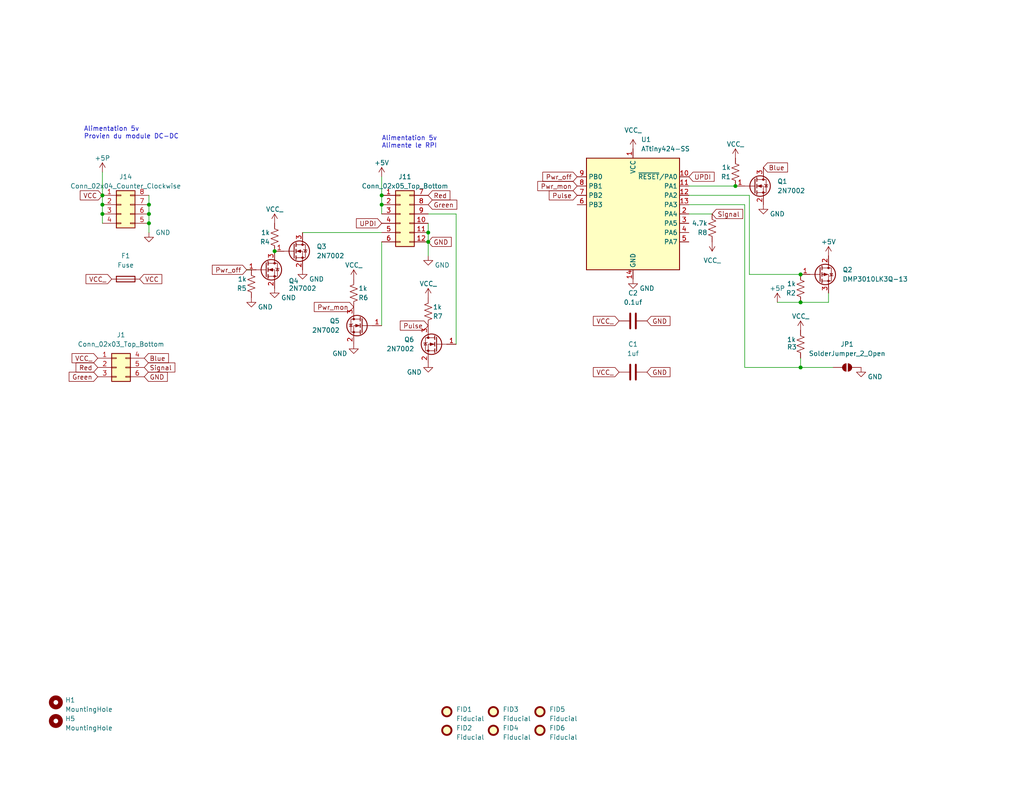
<source format=kicad_sch>
(kicad_sch (version 20231120) (generator "eeschema") (generator_version "8.0")
  (paper "USLetter")
  (title_block (title "HydroB.") (date "2023-05-18") (rev "0.3") (company "Cidco"))
  (lib_symbols
    (symbol "Connector_Generic:Conn_02x03_Top_Bottom" (pin_names (offset 1.016) hide)
      (property "Reference" "J" (at 1.27 5.08 0))
      (property "Value" "Conn_02x03_Top_Bottom" (at 1.27 -5.08 0))
      (symbol "Conn_02x03_Top_Bottom_1_1"
        (rectangle (start -1.27 -2.413) (end 0 -2.667) (stroke (width 0.1524)))
        (rectangle (start -1.27 0.127) (end 0 -0.127) (stroke (width 0.1524)))
        (rectangle (start -1.27 2.667) (end 0 2.413) (stroke (width 0.1524)))
        (rectangle (start -1.27 3.81) (end 3.81 -3.81) (stroke (width 0.254)) (fill (type background)))
        (rectangle (start 3.81 -2.413) (end 2.54 -2.667) (stroke (width 0.1524)))
        (rectangle (start 3.81 0.127) (end 2.54 -0.127) (stroke (width 0.1524)))
        (rectangle (start 3.81 2.667) (end 2.54 2.413) (stroke (width 0.1524)))
        (pin passive line (at -5.08 2.54 0) (length 3.81) (name "Pin_1") (number "1"))
        (pin passive line (at -5.08 0 0) (length 3.81) (name "Pin_2") (number "2"))
        (pin passive line (at -5.08 -2.54 0) (length 3.81) (name "Pin_3") (number "3"))
        (pin passive line (at 7.62 2.54 180) (length 3.81) (name "Pin_4") (number "4"))
        (pin passive line (at 7.62 0 180) (length 3.81) (name "Pin_5") (number "5"))
        (pin passive line (at 7.62 -2.54 180) (length 3.81) (name "Pin_6") (number "6"))
      )
    )
    (symbol "Connector_Generic:Conn_02x04_Counter_Clockwise" (pin_names (offset 1.016) hide)
      (property "Reference" "J" (at 1.27 5.08 0))
      (property "Value" "Conn_02x04_Counter_Clockwise" (at 1.27 -7.62 0))
      (symbol "Conn_02x04_Counter_Clockwise_1_1"
        (rectangle (start -1.27 -4.953) (end 0 -5.207) (stroke (width 0.1524)))
        (rectangle (start -1.27 -2.413) (end 0 -2.667) (stroke (width 0.1524)))
        (rectangle (start -1.27 0.127) (end 0 -0.127) (stroke (width 0.1524)))
        (rectangle (start -1.27 2.667) (end 0 2.413) (stroke (width 0.1524)))
        (rectangle (start -1.27 3.81) (end 3.81 -6.35) (stroke (width 0.254)) (fill (type background)))
        (rectangle (start 3.81 -4.953) (end 2.54 -5.207) (stroke (width 0.1524)))
        (rectangle (start 3.81 -2.413) (end 2.54 -2.667) (stroke (width 0.1524)))
        (rectangle (start 3.81 0.127) (end 2.54 -0.127) (stroke (width 0.1524)))
        (rectangle (start 3.81 2.667) (end 2.54 2.413) (stroke (width 0.1524)))
        (pin passive line (at -5.08 2.54 0) (length 3.81) (name "Pin_1") (number "1"))
        (pin passive line (at -5.08 0 0) (length 3.81) (name "Pin_2") (number "2"))
        (pin passive line (at -5.08 -2.54 0) (length 3.81) (name "Pin_3") (number "3"))
        (pin passive line (at -5.08 -5.08 0) (length 3.81) (name "Pin_4") (number "4"))
        (pin passive line (at 7.62 -5.08 180) (length 3.81) (name "Pin_5") (number "5"))
        (pin passive line (at 7.62 -2.54 180) (length 3.81) (name "Pin_6") (number "6"))
        (pin passive line (at 7.62 0 180) (length 3.81) (name "Pin_7") (number "7"))
        (pin passive line (at 7.62 2.54 180) (length 3.81) (name "Pin_8") (number "8"))
      )
    )
    (symbol "Connector_Generic:Conn_02x06_Top_Bottom" (pin_names (offset 1.016) hide)
      (property "Reference" "J" (at 1.27 7.62 0))
      (property "Value" "Conn_02x06_Top_Bottom" (at 1.27 -10.16 0))
      (symbol "Conn_02x06_Top_Bottom_1_1"
        (rectangle (start -1.27 -7.493) (end 0 -7.747) (stroke (width 0.1524)))
        (rectangle (start -1.27 -4.953) (end 0 -5.207) (stroke (width 0.1524)))
        (rectangle (start -1.27 -2.413) (end 0 -2.667) (stroke (width 0.1524)))
        (rectangle (start -1.27 0.127) (end 0 -0.127) (stroke (width 0.1524)))
        (rectangle (start -1.27 2.667) (end 0 2.413) (stroke (width 0.1524)))
        (rectangle (start -1.27 5.207) (end 0 4.953) (stroke (width 0.1524)))
        (rectangle (start -1.27 6.35) (end 3.81 -8.89) (stroke (width 0.254)) (fill (type background)))
        (rectangle (start 3.81 -7.493) (end 2.54 -7.747) (stroke (width 0.1524)))
        (rectangle (start 3.81 -4.953) (end 2.54 -5.207) (stroke (width 0.1524)))
        (rectangle (start 3.81 -2.413) (end 2.54 -2.667) (stroke (width 0.1524)))
        (rectangle (start 3.81 0.127) (end 2.54 -0.127) (stroke (width 0.1524)))
        (rectangle (start 3.81 2.667) (end 2.54 2.413) (stroke (width 0.1524)))
        (rectangle (start 3.81 5.207) (end 2.54 4.953) (stroke (width 0.1524)))
        (pin passive line (at -5.08 5.08 0) (length 3.81) (name "Pin_1") (number "1"))
        (pin passive line (at 7.62 -2.54 180) (length 3.81) (name "Pin_10") (number "10"))
        (pin passive line (at 7.62 -5.08 180) (length 3.81) (name "Pin_11") (number "11"))
        (pin passive line (at 7.62 -7.62 180) (length 3.81) (name "Pin_12") (number "12"))
        (pin passive line (at -5.08 2.54 0) (length 3.81) (name "Pin_2") (number "2"))
        (pin passive line (at -5.08 0 0) (length 3.81) (name "Pin_3") (number "3"))
        (pin passive line (at -5.08 -2.54 0) (length 3.81) (name "Pin_4") (number "4"))
        (pin passive line (at -5.08 -5.08 0) (length 3.81) (name "Pin_5") (number "5"))
        (pin passive line (at -5.08 -7.62 0) (length 3.81) (name "Pin_6") (number "6"))
        (pin passive line (at 7.62 5.08 180) (length 3.81) (name "Pin_7") (number "7"))
        (pin passive line (at 7.62 2.54 180) (length 3.81) (name "Pin_8") (number "8"))
        (pin passive line (at 7.62 0 180) (length 3.81) (name "Pin_9") (number "9"))
      )
    )
    (symbol "Device:C" (pin_numbers hide) (pin_names (offset 0.254))
      (property "Reference" "C" (at 0.635 2.54 0))
      (property "Value" "C" (at 0.635 -2.54 0))
      (symbol "C_0_1"
        (polyline (pts (xy -2.032 -0.762) (xy 2.032 -0.762)) (stroke (width 0.508)))
        (polyline (pts (xy -2.032 0.762) (xy 2.032 0.762)) (stroke (width 0.508)))
      )
      (symbol "C_1_1"
        (pin passive line (at 0 3.81 270) (length 2.794) (name "~") (number "1"))
        (pin passive line (at 0 -3.81 90) (length 2.794) (name "~") (number "2"))
      )
    )
    (symbol "Device:Fuse" (pin_numbers hide) (pin_names (offset 0))
      (property "Reference" "F" (at 2.032 0 90))
      (property "Value" "Fuse" (at -1.905 0 90))
      (symbol "Fuse_0_1"
        (rectangle (start -0.762 -2.54) (end 0.762 2.54) (stroke (width 0.254)))
        (polyline (pts (xy 0 2.54) (xy 0 -2.54)))
      )
      (symbol "Fuse_1_1"
        (pin passive line (at 0 3.81 270) (length 1.27) (name "~") (number "1"))
        (pin passive line (at 0 -3.81 90) (length 1.27) (name "~") (number "2"))
      )
    )
    (symbol "Device:R_US" (pin_numbers hide) (pin_names (offset 0))
      (property "Reference" "R" (at 2.54 0 90))
      (property "Value" "R_US" (at -2.54 0 90))
      (symbol "R_US_0_1"
        (polyline (pts (xy 0 -2.286) (xy 0 -2.54)))
        (polyline (pts (xy 0 2.286) (xy 0 2.54)))
        (polyline (pts (xy 0 -0.762) (xy 1.016 -1.143) (xy 0 -1.524) (xy -1.016 -1.905) (xy 0 -2.286)))
        (polyline (pts (xy 0 0.762) (xy 1.016 0.381) (xy 0 0) (xy -1.016 -0.381) (xy 0 -0.762)))
        (polyline (pts (xy 0 2.286) (xy 1.016 1.905) (xy 0 1.524) (xy -1.016 1.143) (xy 0 0.762)))
      )
      (symbol "R_US_1_1"
        (pin passive line (at 0 3.81 270) (length 1.27) (name "~") (number "1"))
        (pin passive line (at 0 -3.81 90) (length 1.27) (name "~") (number "2"))
      )
    )
    (symbol "Jumper:SolderJumper_2_Open" (pin_numbers hide) (pin_names (offset 0) hide) (exclude_from_sim yes) (in_bom no)
      (property "Reference" "JP" (at 0 2.032 0))
      (property "Value" "SolderJumper_2_Open" (at 0 -2.54 0))
      (symbol "SolderJumper_2_Open_0_1"
        (arc (start -0.254 1.016) (mid -1.2656 0) (end -0.254 -1.016))
        (arc (start -0.254 1.016) (mid -1.2656 0) (end -0.254 -1.016) (fill (type outline)))
        (polyline (pts (xy -0.254 1.016) (xy -0.254 -1.016)))
        (polyline (pts (xy 0.254 1.016) (xy 0.254 -1.016)))
        (arc (start 0.254 -1.016) (mid 1.2656 0) (end 0.254 1.016))
        (arc (start 0.254 -1.016) (mid 1.2656 0) (end 0.254 1.016) (fill (type outline)))
      )
      (symbol "SolderJumper_2_Open_1_1"
        (pin passive line (at -3.81 0 0) (length 2.54) (name "A") (number "1"))
        (pin passive line (at 3.81 0 180) (length 2.54) (name "B") (number "2"))
      )
    )
    (symbol "MCU_Microchip_ATtiny:ATtiny424-SS"
      (property "Reference" "U" (at -12.7 16.51 0))
      (property "Value" "ATtiny424-SS" (at 2.54 -16.51 0))
      (symbol "ATtiny424-SS_0_1"
        (rectangle (start -12.7 -15.24) (end 12.7 15.24) (stroke (width 0.254)) (fill (type background)))
      )
      (symbol "ATtiny424-SS_1_1"
        (pin power_in line (at 0 17.78 270) (length 2.54) (name "VCC") (number "1"))
        (pin bidirectional line (at 15.24 10.16 180) (length 2.54) (name "~{RESET}/PA0") (number "10"))
        (pin bidirectional line (at 15.24 7.62 180) (length 2.54) (name "PA1") (number "11"))
        (pin bidirectional line (at 15.24 5.08 180) (length 2.54) (name "PA2") (number "12"))
        (pin bidirectional line (at 15.24 2.54 180) (length 2.54) (name "PA3") (number "13"))
        (pin power_in line (at 0 -17.78 90) (length 2.54) (name "GND") (number "14"))
        (pin bidirectional line (at 15.24 0 180) (length 2.54) (name "PA4") (number "2"))
        (pin bidirectional line (at 15.24 -2.54 180) (length 2.54) (name "PA5") (number "3"))
        (pin bidirectional line (at 15.24 -5.08 180) (length 2.54) (name "PA6") (number "4"))
        (pin bidirectional line (at 15.24 -7.62 180) (length 2.54) (name "PA7") (number "5"))
        (pin bidirectional line (at -15.24 2.54 0) (length 2.54) (name "PB3") (number "6"))
        (pin bidirectional line (at -15.24 5.08 0) (length 2.54) (name "PB2") (number "7"))
        (pin bidirectional line (at -15.24 7.62 0) (length 2.54) (name "PB1") (number "8"))
        (pin bidirectional line (at -15.24 10.16 0) (length 2.54) (name "PB0") (number "9"))
      )
    )
    (symbol "Mechanical:Fiducial"
      (property "Reference" "FID" (at 0 5.08 0))
      (property "Value" "Fiducial" (at 0 3.175 0))
      (symbol "Fiducial_0_1"
        (circle (center 0 0) (radius 1.27) (stroke (width 0.508)) (fill (type background)))
      )
    )
    (symbol "Mechanical:MountingHole" (pin_names (offset 1.016))
      (property "Reference" "H" (at 0 5.08 0))
      (property "Value" "MountingHole" (at 0 3.175 0))
      (symbol "MountingHole_0_1"
        (circle (center 0 0) (radius 1.27) (stroke (width 1.27)))
      )
    )
    (symbol "Transistor_FET:2N7002" (pin_names hide)
      (property "Reference" "Q" (at 5.08 1.905 0))
      (property "Value" "2N7002" (at 5.08 0 0))
      (symbol "2N7002_0_1"
        (polyline (pts (xy 0.254 0) (xy -2.54 0)))
        (polyline (pts (xy 0.254 1.905) (xy 0.254 -1.905)) (stroke (width 0.254)))
        (polyline (pts (xy 0.762 -1.27) (xy 0.762 -2.286)) (stroke (width 0.254)))
        (polyline (pts (xy 0.762 0.508) (xy 0.762 -0.508)) (stroke (width 0.254)))
        (polyline (pts (xy 0.762 2.286) (xy 0.762 1.27)) (stroke (width 0.254)))
        (polyline (pts (xy 2.54 2.54) (xy 2.54 1.778)))
        (polyline (pts (xy 2.54 -2.54) (xy 2.54 0) (xy 0.762 0)))
        (polyline (pts (xy 0.762 -1.778) (xy 3.302 -1.778) (xy 3.302 1.778) (xy 0.762 1.778)))
        (polyline (pts (xy 1.016 0) (xy 2.032 0.381) (xy 2.032 -0.381) (xy 1.016 0)) (fill (type outline)))
        (polyline (pts (xy 2.794 0.508) (xy 2.921 0.381) (xy 3.683 0.381) (xy 3.81 0.254)))
        (polyline (pts (xy 3.302 0.381) (xy 2.921 -0.254) (xy 3.683 -0.254) (xy 3.302 0.381)))
        (circle (center 1.651 0) (radius 2.794) (stroke (width 0.254)))
        (circle (center 2.54 -1.778) (radius 0.254) (fill (type outline)))
        (circle (center 2.54 1.778) (radius 0.254) (fill (type outline)))
      )
      (symbol "2N7002_1_1"
        (pin input line (at -5.08 0 0) (length 2.54) (name "G") (number "1"))
        (pin passive line (at 2.54 -5.08 90) (length 2.54) (name "S") (number "2"))
        (pin passive line (at 2.54 5.08 270) (length 2.54) (name "D") (number "3"))
      )
    )
    (symbol "Transistor_FET:SUD19P06-60" (pin_names hide)
      (property "Reference" "Q" (at 4.953 1.905 0))
      (property "Value" "SUD19P06-60" (at 4.953 0 0))
      (symbol "SUD19P06-60_0_1"
        (polyline (pts (xy 0.254 0) (xy -2.54 0)))
        (polyline (pts (xy 0.254 1.905) (xy 0.254 -1.905)) (stroke (width 0.254)))
        (polyline (pts (xy 0.762 -1.27) (xy 0.762 -2.286)) (stroke (width 0.254)))
        (polyline (pts (xy 0.762 0.508) (xy 0.762 -0.508)) (stroke (width 0.254)))
        (polyline (pts (xy 0.762 2.286) (xy 0.762 1.27)) (stroke (width 0.254)))
        (polyline (pts (xy 2.54 2.54) (xy 2.54 1.778)))
        (polyline (pts (xy 2.54 -2.54) (xy 2.54 0) (xy 0.762 0)))
        (polyline (pts (xy 0.762 1.778) (xy 3.302 1.778) (xy 3.302 -1.778) (xy 0.762 -1.778)))
        (polyline (pts (xy 2.286 0) (xy 1.27 0.381) (xy 1.27 -0.381) (xy 2.286 0)) (fill (type outline)))
        (polyline (pts (xy 2.794 -0.508) (xy 2.921 -0.381) (xy 3.683 -0.381) (xy 3.81 -0.254)))
        (polyline (pts (xy 3.302 -0.381) (xy 2.921 0.254) (xy 3.683 0.254) (xy 3.302 -0.381)))
        (circle (center 1.651 0) (radius 2.794) (stroke (width 0.254)))
        (circle (center 2.54 -1.778) (radius 0.254) (fill (type outline)))
        (circle (center 2.54 1.778) (radius 0.254) (fill (type outline)))
      )
      (symbol "SUD19P06-60_1_1"
        (pin input line (at -5.08 0 0) (length 2.54) (name "G") (number "1"))
        (pin passive line (at 2.54 5.08 270) (length 2.54) (name "D") (number "2"))
        (pin passive line (at 2.54 -5.08 90) (length 2.54) (name "S") (number "3"))
      )
    )
    (symbol "power:+5P" (power) (pin_names (offset 0))
      (property "Value" "+5P" (at 0 3.556 0))
      (symbol "+5P_0_1"
        (polyline (pts (xy -0.762 1.27) (xy 0 2.54)))
        (polyline (pts (xy 0 0) (xy 0 2.54)))
        (polyline (pts (xy 0 2.54) (xy 0.762 1.27)))
      )
      (symbol "+5P_1_1"
        (pin power_in line (at 0 0 90) (length 0) hide (name "+5P") (number "1"))
      )
    )
    (symbol "power:+5V" (power) (pin_names (offset 0))
      (property "Value" "+5V" (at 0 3.556 0))
      (symbol "+5V_0_1"
        (polyline (pts (xy -0.762 1.27) (xy 0 2.54)))
        (polyline (pts (xy 0 0) (xy 0 2.54)))
        (polyline (pts (xy 0 2.54) (xy 0.762 1.27)))
      )
      (symbol "+5V_1_1"
        (pin power_in line (at 0 0 90) (length 0) hide (name "+5V") (number "1"))
      )
    )
    (symbol "power:GND" (power) (pin_names (offset 0))
      (property "Value" "GND" (at 0 -3.81 0))
      (symbol "GND_0_1"
        (polyline (pts (xy 0 0) (xy 0 -1.27) (xy 1.27 -1.27) (xy 0 -2.54) (xy -1.27 -1.27) (xy 0 -1.27)))
      )
      (symbol "GND_1_1"
        (pin power_in line (at 0 0 270) (length 0) hide (name "GND") (number "1"))
      )
    )
  )
  (junction (at 116.84 63.5))
  (junction (at 218.44 74.93))
  (junction (at 40.64 60.96))
  (junction (at 218.44 100.33))
  (junction (at 27.94 58.42))
  (junction (at 218.44 82.55))
  (junction (at 27.94 55.88))
  (junction (at 40.64 55.88))
  (junction (at 104.14 55.88))
  (junction (at 74.93 68.58))
  (junction (at 40.64 58.42))
  (junction (at 200.66 50.8))
  (junction (at 104.14 53.34))
  (junction (at 116.84 66.04))
  (junction (at 27.94 53.34))
  (wire (pts (xy 116.84 63.5) (xy 116.84 66.04)))
  (wire (pts (xy 104.14 66.04) (xy 104.14 88.9)))
  (wire (pts (xy 204.47 74.93) (xy 204.47 53.34)))
  (wire (pts (xy 104.14 55.88) (xy 104.14 58.42)))
  (wire (pts (xy 27.94 58.42) (xy 27.94 60.96)))
  (wire (pts (xy 40.64 55.88) (xy 40.64 58.42)))
  (wire (pts (xy 68.58 73.66) (xy 67.31 73.66)))
  (wire (pts (xy 116.84 60.96) (xy 116.84 63.5)))
  (wire (pts (xy 218.44 100.33) (xy 203.2 100.33)))
  (wire (pts (xy 203.2 55.88) (xy 187.96 55.88)))
  (wire (pts (xy 40.64 58.42) (xy 40.64 60.96)))
  (wire (pts (xy 218.44 100.33) (xy 218.44 97.79)))
  (wire (pts (xy 116.84 66.04) (xy 116.84 69.85)))
  (wire (pts (xy 124.46 93.98) (xy 124.46 58.42)))
  (wire (pts (xy 104.14 48.26) (xy 104.14 53.34)))
  (wire (pts (xy 203.2 100.33) (xy 203.2 55.88)))
  (wire (pts (xy 27.94 46.99) (xy 27.94 53.34)))
  (wire (pts (xy 27.94 55.88) (xy 27.94 58.42)))
  (wire (pts (xy 124.46 58.42) (xy 116.84 58.42)))
  (wire (pts (xy 204.47 53.34) (xy 187.96 53.34)))
  (wire (pts (xy 212.09 82.55) (xy 218.44 82.55)))
  (wire (pts (xy 226.06 82.55) (xy 218.44 82.55)))
  (wire (pts (xy 27.94 53.34) (xy 27.94 55.88)))
  (wire (pts (xy 187.96 50.8) (xy 200.66 50.8)))
  (wire (pts (xy 40.64 53.34) (xy 40.64 55.88)))
  (wire (pts (xy 187.96 58.42) (xy 194.31 58.42)))
  (wire (pts (xy 218.44 100.33) (xy 227.33 100.33)))
  (wire (pts (xy 218.44 74.93) (xy 204.47 74.93)))
  (wire (pts (xy 104.14 53.34) (xy 104.14 55.88)))
  (wire (pts (xy 40.64 60.96) (xy 40.64 63.5)))
  (wire (pts (xy 226.06 80.01) (xy 226.06 82.55)))
  (wire (pts (xy 82.55 63.5) (xy 104.14 63.5)))
  (text "Alimentation 5v \nAlimente le RPI " (at 104.14 40.64 0) (effects (font (size 1.27 1.27)) (justify left bottom)))
  (text "Alimentation 5v\nProvien du module DC-DC" (at 22.86 38.1 0) (effects (font (size 1.27 1.27)) (justify left bottom)))
  (global_label "Green" (shape input) (at 26.67 102.87 180) (property "Intersheetrefs" "${INTERSHEET_REFS}" (effects (hide yes))))
  (global_label "VCC_" (shape input) (at 168.91 101.6 180) (property "Intersheetrefs" "${INTERSHEET_REFS}" (effects (hide yes))))
  (global_label "VCC_" (shape input) (at 26.67 97.79 180) (property "Intersheetrefs" "${INTERSHEET_REFS}" (effects (hide yes))))
  (global_label "Pwr_mon" (shape input) (at 157.48 50.8 180) (property "Intersheetrefs" "${INTERSHEET_REFS}" (effects (hide yes))))
  (global_label "Pwr_off" (shape input) (at 157.48 48.26 180) (property "Intersheetrefs" "${INTERSHEET_REFS}" (effects (hide yes))))
  (global_label "Pulse" (shape input) (at 157.48 53.34 180) (property "Intersheetrefs" "${INTERSHEET_REFS}" (effects (hide yes))))
  (global_label "Signal" (shape input) (at 39.37 100.33 0) (property "Intersheetrefs" "${INTERSHEET_REFS}" (effects (hide yes))))
  (global_label "Blue" (shape input) (at 39.37 97.79 0) (property "Intersheetrefs" "${INTERSHEET_REFS}" (effects (hide yes))))
  (global_label "VCC_" (shape input) (at 168.91 87.63 180) (property "Intersheetrefs" "${INTERSHEET_REFS}" (effects (hide yes))))
  (global_label "Signal" (shape input) (at 194.31 58.42 0) (property "Intersheetrefs" "${INTERSHEET_REFS}" (effects (hide yes))))
  (global_label "Pwr_mon" (shape input) (at 96.52 83.82 180) (property "Intersheetrefs" "${INTERSHEET_REFS}" (effects (hide yes))))
  (global_label "Pulse" (shape input) (at 116.84 88.9 180) (property "Intersheetrefs" "${INTERSHEET_REFS}" (effects (hide yes))))
  (global_label "GND" (shape input) (at 39.37 102.87 0) (property "Intersheetrefs" "${INTERSHEET_REFS}" (effects (hide yes))))
  (global_label "Green" (shape input) (at 116.84 55.88 0) (property "Intersheetrefs" "${INTERSHEET_REFS}" (effects (hide yes))))
  (global_label "VCC" (shape input) (at 27.94 53.34 180) (property "Intersheetrefs" "${INTERSHEET_REFS}" (effects (hide yes))))
  (global_label "Blue" (shape input) (at 208.28 45.72 0) (property "Intersheetrefs" "${INTERSHEET_REFS}" (effects (hide yes))))
  (global_label "GND" (shape input) (at 176.53 101.6 0) (property "Intersheetrefs" "${INTERSHEET_REFS}" (effects (hide yes))))
  (global_label "Red" (shape input) (at 116.84 53.34 0) (property "Intersheetrefs" "${INTERSHEET_REFS}" (effects (hide yes))))
  (global_label "UPDI" (shape input) (at 187.96 48.26 0) (property "Intersheetrefs" "${INTERSHEET_REFS}" (effects (hide yes))))
  (global_label "GND" (shape input) (at 116.84 66.04 0) (property "Intersheetrefs" "${INTERSHEET_REFS}" (effects (hide yes))))
  (global_label "GND" (shape input) (at 176.53 87.63 0) (property "Intersheetrefs" "${INTERSHEET_REFS}" (effects (hide yes))))
  (global_label "Red" (shape input) (at 26.67 100.33 180) (property "Intersheetrefs" "${INTERSHEET_REFS}" (effects (hide yes))))
  (global_label "UPDI" (shape input) (at 104.14 60.96 180) (property "Intersheetrefs" "${INTERSHEET_REFS}" (effects (hide yes))))
  (global_label "VCC" (shape input) (at 38.1 76.2 0) (property "Intersheetrefs" "${INTERSHEET_REFS}" (effects (hide yes))))
  (global_label "Pwr_off" (shape input) (at 67.31 73.66 180) (property "Intersheetrefs" "${INTERSHEET_REFS}" (effects (hide yes))))
  (global_label "VCC_" (shape input) (at 30.48 76.2 180) (property "Intersheetrefs" "${INTERSHEET_REFS}" (effects (hide yes))))
  (symbol (lib_id "Device:R_US") (at 116.84 85.09 0) (mirror x) (unit 1)
    (property "Reference" "R7" (at 118.11 86.36 0) (effects (justify left)))
    (property "Value" "1k" (at 118.11 83.82 0) (effects (justify left)))
    (property "Footprint" "Resistor_SMD:R_1206_3216Metric" (effects (hide yes)))
  )
  (symbol (lib_id "Device:R_US") (at 96.52 80.01 0) (mirror x) (unit 1)
    (property "Reference" "R6" (at 97.79 81.28 0) (effects (justify left)))
    (property "Value" "1k" (at 97.79 78.74 0) (effects (justify left)))
    (property "Footprint" "Resistor_SMD:R_1206_3216Metric" (effects (hide yes)))
  )
  (symbol (lib_id "Mechanical:MountingHole") (at 15.24 196.85 0) (unit 1)
    (property "Reference" "H5" (at 17.78 196.215 0) (effects (justify left)))
    (property "Value" "MountingHole" (at 17.78 198.755 0) (effects (justify left)))
    (property "Footprint" "MountingHole:MountingHole_2.7mm_M2.5_ISO7380_Pad" (effects (hide yes)))
  )
  (symbol (lib_id "power:GND") (at 172.72 76.2 0) (unit 1)
    (property "Reference" "#PWR04" (effects (hide yes)))
    (property "Value" "GND" (at 176.53 78.74 0))
  )
  (symbol (lib_id "Mechanical:Fiducial") (at 134.62 194.31 0) (unit 1)
    (property "Reference" "FID3" (at 137.16 193.675 0) (effects (justify left)))
    (property "Value" "Fiducial" (at 137.16 196.215 0) (effects (justify left)))
    (property "Footprint" "Fiducial:Fiducial_0.75mm_Mask2.25mm" (effects (hide yes)))
  )
  (symbol (lib_id "power:GND") (at 82.55 73.66 0) (unit 1)
    (property "Reference" "#PWR010" (effects (hide yes)))
    (property "Value" "GND" (at 86.36 76.2 0))
  )
  (symbol (lib_id "Transistor_FET:SUD19P06-60") (at 223.52 74.93 0) (unit 1)
    (property "Reference" "Q2" (at 229.87 73.6599 0) (effects (justify left)))
    (property "Value" "DMP3010LK3Q-13" (at 229.87 76.1999 0) (effects (justify left)))
    (property "Footprint" "Package_TO_SOT_SMD:TO-252-2" (effects (hide yes)))
    (property "Datasheet" "https://www.vishay.com/docs/69253/sud19p06.pdf" (effects (hide yes)))
    (property "Description" "-19A Id, -60V Vds, TrenchFET P-Channel Power MOSFET, 60mOhm Ron, 40nC Qg, -55 to 150 °C, TO-252-2" (effects (hide yes)))
  )
  (symbol (lib_id "Device:R_US") (at 218.44 78.74 180) (unit 1)
    (property "Reference" "R2" (at 217.17 80.01 0) (effects (justify left)))
    (property "Value" "1k" (at 217.17 77.47 0) (effects (justify left)))
    (property "Footprint" "Resistor_SMD:R_1206_3216Metric" (effects (hide yes)))
  )
  (symbol (lib_id "Mechanical:Fiducial") (at 121.92 199.39 0) (unit 1)
    (property "Reference" "FID2" (at 124.46 198.755 0) (effects (justify left)))
    (property "Value" "Fiducial" (at 124.46 201.295 0) (effects (justify left)))
    (property "Footprint" "Fiducial:Fiducial_0.75mm_Mask2.25mm" (effects (hide yes)))
  )
  (symbol (lib_id "power:+5P") (at 96.52 76.2 0) (mirror y) (unit 1)
    (property "Reference" "#PWR013" (effects (hide yes)))
    (property "Value" "VCC_" (at 96.52 72.39 0))
  )
  (symbol (lib_id "Connector_Generic:Conn_02x04_Counter_Clockwise") (at 33.02 55.88 0) (unit 1)
    (property "Reference" "J14" (at 34.29 48.26 0))
    (property "Value" "Conn_02x04_Counter_Clockwise" (at 34.29 50.8 0))
    (property "Footprint" "Connector_PinHeader_2.54mm:PinHeader_2x04_P2.54mm_Vertical" (effects (hide yes)))
  )
  (symbol (lib_id "Device:R_US") (at 74.93 64.77 180) (unit 1)
    (property "Reference" "R4" (at 73.66 66.04 0) (effects (justify left)))
    (property "Value" "1k" (at 73.66 63.5 0) (effects (justify left)))
    (property "Footprint" "Resistor_SMD:R_1206_3216Metric" (effects (hide yes)))
  )
  (symbol (lib_id "Device:R_US") (at 68.58 77.47 180) (unit 1)
    (property "Reference" "R5" (at 67.31 78.74 0) (effects (justify left)))
    (property "Value" "1k" (at 67.31 76.2 0) (effects (justify left)))
    (property "Footprint" "Resistor_SMD:R_1206_3216Metric" (effects (hide yes)))
  )
  (symbol (lib_id "Transistor_FET:2N7002") (at 80.01 68.58 0) (unit 1)
    (property "Reference" "Q3" (at 86.36 67.3099 0) (effects (justify left)))
    (property "Value" "2N7002" (at 86.36 69.8499 0) (effects (justify left)))
    (property "Footprint" "Package_TO_SOT_SMD:SOT-23" (effects (hide yes)))
    (property "Datasheet" "https://www.onsemi.com/pub/Collateral/NDS7002A-D.PDF" (effects (hide yes)))
    (property "Description" "0.115A Id, 60V Vds, N-Channel MOSFET, SOT-23" (effects (hide yes)))
  )
  (symbol (lib_id "Device:Fuse") (at 34.29 76.2 270) (unit 1)
    (property "Reference" "F1" (at 34.29 69.85 90))
    (property "Value" "Fuse" (at 34.29 72.39 90))
    (property "Footprint" "Fuse:Fuse_1206_3216Metric" (effects (hide yes)))
    (property "Description" "Fuse" (effects (hide yes)))
  )
  (symbol (lib_id "power:GND") (at 40.64 63.5 0) (unit 1)
    (property "Reference" "#PWR048" (effects (hide yes)))
    (property "Value" "GND" (at 44.45 63.5 0))
  )
  (symbol (lib_id "power:GND") (at 96.52 93.98 0) (mirror y) (unit 1)
    (property "Reference" "#PWR014" (effects (hide yes)))
    (property "Value" "GND" (at 92.71 96.52 0))
  )
  (symbol (lib_id "Transistor_FET:2N7002") (at 72.39 73.66 0) (unit 1)
    (property "Reference" "Q4" (at 78.74 76.708 0) (effects (justify left)))
    (property "Value" "2N7002" (at 78.74 78.74 0) (effects (justify left)))
    (property "Footprint" "Package_TO_SOT_SMD:SOT-23" (effects (hide yes)))
    (property "Datasheet" "https://www.onsemi.com/pub/Collateral/NDS7002A-D.PDF" (effects (hide yes)))
    (property "Description" "0.115A Id, 60V Vds, N-Channel MOSFET, SOT-23" (effects (hide yes)))
  )
  (symbol (lib_id "Device:R_US") (at 200.66 46.99 180) (unit 1)
    (property "Reference" "R1" (at 199.39 48.26 0) (effects (justify left)))
    (property "Value" "1k" (at 199.39 45.72 0) (effects (justify left)))
    (property "Footprint" "Resistor_SMD:R_1206_3216Metric" (effects (hide yes)))
  )
  (symbol (lib_id "Connector_Generic:Conn_02x06_Top_Bottom") (at 109.22 58.42 0) (unit 1)
    (property "Reference" "J11" (at 110.49 48.26 0))
    (property "Value" "Conn_02x05_Top_Bottom" (at 110.49 50.8 0))
    (property "Footprint" "Connector_PinHeader_2.54mm:PinHeader_2x06_P2.54mm_Vertical" (effects (hide yes)))
  )
  (symbol (lib_id "power:GND") (at 116.84 99.06 0) (mirror y) (unit 1)
    (property "Reference" "#PWR016" (effects (hide yes)))
    (property "Value" "GND" (at 113.03 101.6 0))
  )
  (symbol (lib_id "power:+5P") (at 212.09 82.55 0) (unit 1)
    (property "Reference" "#PWR07" (effects (hide yes)))
    (property "Value" "+5P" (at 212.09 78.74 0))
  )
  (symbol (lib_id "Device:C") (at 172.72 87.63 270) (unit 1)
    (property "Reference" "C2" (at 172.72 80.01 90))
    (property "Value" "0.1uf" (at 172.72 82.55 90))
    (property "Footprint" "Capacitor_SMD:C_1206_3216Metric" (effects (hide yes)))
    (property "Description" "Unpolarized capacitor" (effects (hide yes)))
  )
  (symbol (lib_id "Transistor_FET:2N7002") (at 99.06 88.9 0) (mirror y) (unit 1)
    (property "Reference" "Q5" (at 92.71 87.6299 0) (effects (justify left)))
    (property "Value" "2N7002" (at 92.71 90.1699 0) (effects (justify left)))
    (property "Footprint" "Package_TO_SOT_SMD:SOT-23" (effects (hide yes)))
    (property "Datasheet" "https://www.onsemi.com/pub/Collateral/NDS7002A-D.PDF" (effects (hide yes)))
    (property "Description" "0.115A Id, 60V Vds, N-Channel MOSFET, SOT-23" (effects (hide yes)))
  )
  (symbol (lib_id "Mechanical:Fiducial") (at 147.32 199.39 0) (unit 1)
    (property "Reference" "FID6" (at 149.86 198.755 0) (effects (justify left)))
    (property "Value" "Fiducial" (at 149.86 201.295 0) (effects (justify left)))
    (property "Footprint" "Fiducial:Fiducial_0.75mm_Mask2.25mm" (effects (hide yes)))
  )
  (symbol (lib_id "power:+5P") (at 172.72 40.64 0) (unit 1)
    (property "Reference" "#PWR03" (effects (hide yes)))
    (property "Value" "VCC_" (at 172.72 35.56 0))
  )
  (symbol (lib_id "power:+5P") (at 218.44 90.17 0) (unit 1)
    (property "Reference" "#PWR08" (effects (hide yes)))
    (property "Value" "VCC_" (at 218.44 86.36 0))
  )
  (symbol (lib_id "MCU_Microchip_ATtiny:ATtiny424-SS") (at 172.72 58.42 0) (unit 1)
    (property "Reference" "U1" (at 174.9141 38.1 0) (effects (justify left)))
    (property "Value" "ATtiny424-SS" (at 174.9141 40.64 0) (effects (justify left)))
    (property "Footprint" "Package_SO:SOIC-14_3.9x8.7mm_P1.27mm" (effects (hide yes)))
    (property "Datasheet" "https://ww1.microchip.com/downloads/en/DeviceDoc/ATtiny424-426-427-824-826-827-DataSheet-DS40002311A.pdf" (effects (hide yes)))
    (property "Description" "20MHz, 4kB Flash, 512B SRAM, 128B EEPROM, SOIC-14" (effects (hide yes)))
  )
  (symbol (lib_id "Device:C") (at 172.72 101.6 270) (unit 1)
    (property "Reference" "C1" (at 172.72 93.98 90))
    (property "Value" "1uf" (at 172.72 96.52 90))
    (property "Footprint" "Capacitor_SMD:C_1206_3216Metric" (effects (hide yes)))
    (property "Description" "Unpolarized capacitor" (effects (hide yes)))
  )
  (symbol (lib_id "power:GND") (at 208.28 55.88 0) (unit 1)
    (property "Reference" "#PWR01" (effects (hide yes)))
    (property "Value" "GND" (at 212.09 58.42 0))
  )
  (symbol (lib_id "power:+5P") (at 194.31 66.04 180) (unit 1)
    (property "Reference" "#PWR017" (effects (hide yes)))
    (property "Value" "VCC_" (at 194.31 71.12 0))
  )
  (symbol (lib_id "Mechanical:Fiducial") (at 134.62 199.39 0) (unit 1)
    (property "Reference" "FID4" (at 137.16 198.755 0) (effects (justify left)))
    (property "Value" "Fiducial" (at 137.16 201.295 0) (effects (justify left)))
    (property "Footprint" "Fiducial:Fiducial_0.75mm_Mask2.25mm" (effects (hide yes)))
  )
  (symbol (lib_id "power:GND") (at 68.58 81.28 0) (unit 1)
    (property "Reference" "#PWR015" (effects (hide yes)))
    (property "Value" "GND" (at 72.39 83.82 0))
  )
  (symbol (lib_id "Mechanical:Fiducial") (at 121.92 194.31 0) (unit 1)
    (property "Reference" "FID1" (at 124.46 193.675 0) (effects (justify left)))
    (property "Value" "Fiducial" (at 124.46 196.215 0) (effects (justify left)))
    (property "Footprint" "Fiducial:Fiducial_0.75mm_Mask2.25mm" (effects (hide yes)))
  )
  (symbol (lib_id "Mechanical:MountingHole") (at 15.24 191.77 0) (unit 1)
    (property "Reference" "H1" (at 17.78 191.135 0) (effects (justify left)))
    (property "Value" "MountingHole" (at 17.78 193.675 0) (effects (justify left)))
    (property "Footprint" "MountingHole:MountingHole_2.7mm_M2.5_ISO7380_Pad" (effects (hide yes)))
  )
  (symbol (lib_id "power:+5P") (at 74.93 60.96 0) (unit 1)
    (property "Reference" "#PWR09" (effects (hide yes)))
    (property "Value" "VCC_" (at 74.93 57.15 0))
  )
  (symbol (lib_id "power:GND") (at 116.84 69.85 0) (unit 1)
    (property "Reference" "#PWR018" (effects (hide yes)))
    (property "Value" "GND" (at 120.65 72.39 0))
  )
  (symbol (lib_id "Connector_Generic:Conn_02x03_Top_Bottom") (at 31.75 100.33 0) (unit 1)
    (property "Reference" "J1" (at 33.02 91.44 0))
    (property "Value" "Conn_02x03_Top_Bottom" (at 33.02 93.98 0))
    (property "Footprint" "Connector_IDC:IDC-Header_2x03_P2.54mm_Vertical" (effects (hide yes)))
    (property "Description" "Generic connector, double row, 02x03, top/bottom pin numbering scheme (row 1: 1...pins_per_row, row2: pins_per_row+1 ... num_pins), script generated (kicad-library-utils/schlib/autogen/connector/)" (effects (hide yes)))
  )
  (symbol (lib_id "Transistor_FET:2N7002") (at 205.74 50.8 0) (unit 1)
    (property "Reference" "Q1" (at 212.09 49.5299 0) (effects (justify left)))
    (property "Value" "2N7002" (at 212.09 52.0699 0) (effects (justify left)))
    (property "Footprint" "Package_TO_SOT_SMD:SOT-23" (effects (hide yes)))
    (property "Datasheet" "https://www.onsemi.com/pub/Collateral/NDS7002A-D.PDF" (effects (hide yes)))
    (property "Description" "0.115A Id, 60V Vds, N-Channel MOSFET, SOT-23" (effects (hide yes)))
  )
  (symbol (lib_id "power:+5V") (at 226.06 69.85 0) (mirror y) (unit 1)
    (property "Reference" "#PWR06" (effects (hide yes)))
    (property "Value" "+5V" (at 226.06 66.04 0))
  )
  (symbol (lib_id "Transistor_FET:2N7002") (at 119.38 93.98 0) (mirror y) (unit 1)
    (property "Reference" "Q6" (at 113.03 92.7099 0) (effects (justify left)))
    (property "Value" "2N7002" (at 113.03 95.2499 0) (effects (justify left)))
    (property "Footprint" "Package_TO_SOT_SMD:SOT-23" (effects (hide yes)))
    (property "Datasheet" "https://www.onsemi.com/pub/Collateral/NDS7002A-D.PDF" (effects (hide yes)))
    (property "Description" "0.115A Id, 60V Vds, N-Channel MOSFET, SOT-23" (effects (hide yes)))
  )
  (symbol (lib_id "power:GND") (at 234.95 100.33 0) (unit 1)
    (property "Reference" "#PWR05" (effects (hide yes)))
    (property "Value" "GND" (at 238.76 102.87 0))
  )
  (symbol (lib_id "power:+5P") (at 116.84 81.28 0) (mirror y) (unit 1)
    (property "Reference" "#PWR011" (effects (hide yes)))
    (property "Value" "VCC_" (at 116.84 77.47 0))
  )
  (symbol (lib_id "power:+5P") (at 200.66 43.18 0) (unit 1)
    (property "Reference" "#PWR02" (effects (hide yes)))
    (property "Value" "VCC_" (at 200.66 39.37 0))
  )
  (symbol (lib_id "power:+5P") (at 27.94 46.99 0) (unit 1)
    (property "Reference" "#PWR040" (effects (hide yes)))
    (property "Value" "+5P" (at 27.94 43.18 0))
  )
  (symbol (lib_id "Device:R_US") (at 194.31 62.23 180) (unit 1)
    (property "Reference" "R8" (at 193.04 63.5 0) (effects (justify left)))
    (property "Value" "4.7k" (at 193.04 60.96 0) (effects (justify left)))
    (property "Footprint" "Resistor_SMD:R_1206_3216Metric" (effects (hide yes)))
  )
  (symbol (lib_id "power:GND") (at 74.93 78.74 0) (unit 1)
    (property "Reference" "#PWR012" (effects (hide yes)))
    (property "Value" "GND" (at 78.74 81.28 0))
  )
  (symbol (lib_id "Mechanical:Fiducial") (at 147.32 194.31 0) (unit 1)
    (property "Reference" "FID5" (at 149.86 193.675 0) (effects (justify left)))
    (property "Value" "Fiducial" (at 149.86 196.215 0) (effects (justify left)))
    (property "Footprint" "Fiducial:Fiducial_0.75mm_Mask2.25mm" (effects (hide yes)))
  )
  (symbol (lib_id "Jumper:SolderJumper_2_Open") (at 231.14 100.33 0) (unit 1) (exclude_from_sim yes) (in_bom no)
    (property "Reference" "JP1" (at 231.14 93.98 0))
    (property "Value" "SolderJumper_2_Open" (at 231.14 96.52 0))
    (property "Footprint" "Jumper:SolderJumper-2_P1.3mm_Open_TrianglePad1.0x1.5mm" (effects (hide yes)))
    (property "Description" "Solder Jumper, 2-pole, open" (effects (hide yes)))
  )
  (symbol (lib_id "Device:R_US") (at 218.44 93.98 180) (unit 1)
    (property "Reference" "R3" (at 217.424 94.742 0) (effects (justify left)))
    (property "Value" "1k" (at 217.17 92.71 0) (effects (justify left)))
    (property "Footprint" "Resistor_SMD:R_1206_3216Metric" (effects (hide yes)))
  )
  (symbol (lib_id "power:+5V") (at 104.14 48.26 0) (mirror y) (unit 1)
    (property "Reference" "#PWR047" (effects (hide yes)))
    (property "Value" "+5V" (at 104.14 44.45 0))
  )
)
</source>
